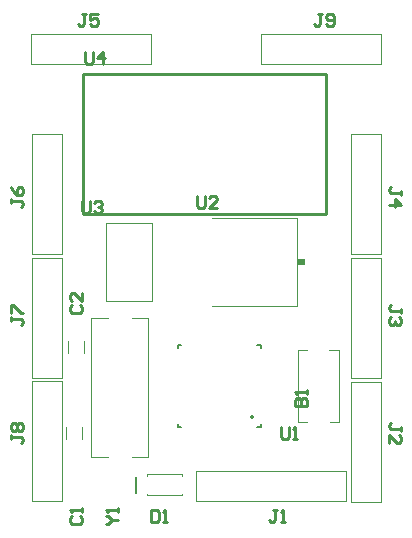
<source format=gto>
G04*
G04 #@! TF.GenerationSoftware,Altium Limited,Altium Designer,22.7.1 (60)*
G04*
G04 Layer_Color=65535*
%FSAX44Y44*%
%MOMM*%
G71*
G04*
G04 #@! TF.SameCoordinates,EF7A3B51-B4F6-4626-86D8-2FC679187BC1*
G04*
G04*
G04 #@! TF.FilePolarity,Positive*
G04*
G01*
G75*
%ADD10C,0.2000*%
%ADD11C,0.1000*%
%ADD12C,0.1270*%
%ADD13C,0.2540*%
%ADD14R,0.7250X0.4750*%
D10*
X00639770Y00773770D02*
G03*
X00639770Y00773770I-00001000J00000000D01*
G01*
X00540500Y00709000D02*
Y00723000D01*
D11*
X00496750Y00827750D02*
Y00838250D01*
X00483250Y00827750D02*
Y00838250D01*
X00481250Y00754750D02*
Y00765250D01*
X00494750Y00754750D02*
Y00765250D01*
X00537250Y00739500D02*
X00551000D01*
X00502500D02*
X00516750D01*
X00502500Y00857250D02*
X00516750D01*
X00537250D02*
X00551000D01*
Y00739500D02*
Y00857250D01*
X00502500Y00739500D02*
Y00857250D01*
X00677500Y00830250D02*
X00685750D01*
X00677500Y00769250D02*
Y00830250D01*
Y00769250D02*
X00685750D01*
X00704500Y00769000D02*
X00712500D01*
Y00830500D01*
X00704250D02*
X00712500D01*
X00591100Y00702300D02*
Y00727700D01*
X00718100D01*
X00591100Y00702300D02*
X00718100D01*
Y00727700D01*
X00549500Y00707250D02*
Y00708250D01*
Y00723750D02*
Y00725000D01*
X00579500Y00723750D02*
Y00725000D01*
Y00707250D02*
Y00708250D01*
X00549500Y00725000D02*
X00579500D01*
X00549500Y00707250D02*
X00579500D01*
X00452300Y00804000D02*
X00477700D01*
Y00702300D02*
Y00804000D01*
X00452300Y00702300D02*
Y00804000D01*
Y00702300D02*
X00477700D01*
X00452300Y00908600D02*
X00477700D01*
Y00806900D02*
Y00908600D01*
X00452300Y00806900D02*
Y00908600D01*
Y00806900D02*
X00477700D01*
X00452300Y01013600D02*
X00477700D01*
Y00911900D02*
Y01013600D01*
X00452300Y00911900D02*
Y01013600D01*
Y00911900D02*
X00477700D01*
X00451800Y01072300D02*
Y01097700D01*
X00553500D01*
X00451800Y01072300D02*
X00553500D01*
Y01097700D01*
X00646400Y01072300D02*
Y01097700D01*
X00748100D01*
X00646400Y01072300D02*
X00748100D01*
Y01097700D01*
X00722300Y01013600D02*
X00747700D01*
Y00911900D02*
Y01013600D01*
X00722300Y00911900D02*
Y01013600D01*
Y00911900D02*
X00747700D01*
X00722300Y00908200D02*
X00747700D01*
Y00806500D02*
Y00908200D01*
X00722300Y00806500D02*
Y00908200D01*
Y00806500D02*
X00747700D01*
X00722300Y00803600D02*
X00747700D01*
Y00701900D02*
Y00803600D01*
X00722300Y00701900D02*
Y00803600D01*
Y00701900D02*
X00747700D01*
X00605250Y00867750D02*
X00676750D01*
X00605250Y00942500D02*
X00676750D01*
Y00867750D02*
Y00942500D01*
X00554000Y00872000D02*
Y00938000D01*
X00515250D02*
X00554000D01*
X00515250Y00872000D02*
Y00938000D01*
Y00872000D02*
X00554000D01*
D12*
X00646000Y00765000D02*
Y00767900D01*
Y00832100D02*
Y00835000D01*
X00576000Y00765000D02*
Y00767900D01*
Y00832100D02*
Y00835000D01*
X00643100Y00765000D02*
X00646000D01*
X00643100Y00835000D02*
X00646000D01*
X00576000Y00765000D02*
X00578900D01*
X00576000Y00835000D02*
X00578900D01*
D13*
X00496030Y00945860D02*
X00701770D01*
X00496030D02*
Y01063970D01*
X00701770D01*
Y00945860D02*
Y01063970D01*
X00663335Y00764998D02*
Y00756668D01*
X00665002Y00755002D01*
X00668334D01*
X00670000Y00756668D01*
Y00764998D01*
X00673332Y00755002D02*
X00676665D01*
X00674998D01*
Y00764998D01*
X00673332Y00763332D01*
X00515002Y00683335D02*
X00516668D01*
X00520000Y00686668D01*
X00516668Y00690000D01*
X00515002D01*
X00520000Y00686668D02*
X00524998D01*
Y00693332D02*
Y00696665D01*
Y00694998D01*
X00515002D01*
X00516668Y00693332D01*
X00497332Y01082893D02*
Y01074562D01*
X00498998Y01072896D01*
X00502330D01*
X00503997Y01074562D01*
Y01082893D01*
X00512327Y01072896D02*
Y01082893D01*
X00507329Y01077894D01*
X00513993D01*
X00495046Y00956147D02*
Y00947816D01*
X00496712Y00946150D01*
X00500044D01*
X00501711Y00947816D01*
Y00956147D01*
X00505043Y00954481D02*
X00506709Y00956147D01*
X00510041D01*
X00511707Y00954481D01*
Y00952814D01*
X00510041Y00951148D01*
X00508375D01*
X00510041D01*
X00511707Y00949482D01*
Y00947816D01*
X00510041Y00946150D01*
X00506709D01*
X00505043Y00947816D01*
X00592074Y00960719D02*
Y00952388D01*
X00593740Y00950722D01*
X00597072D01*
X00598739Y00952388D01*
Y00960719D01*
X00608735Y00950722D02*
X00602071D01*
X00608735Y00957386D01*
Y00959053D01*
X00607069Y00960719D01*
X00603737D01*
X00602071Y00959053D01*
X00698334Y01114998D02*
X00695002D01*
X00696668D01*
Y01106668D01*
X00695002Y01105002D01*
X00693335D01*
X00691669Y01106668D01*
X00701666D02*
X00703332Y01105002D01*
X00706665D01*
X00708331Y01106668D01*
Y01113332D01*
X00706665Y01114998D01*
X00703332D01*
X00701666Y01113332D01*
Y01111666D01*
X00703332Y01110000D01*
X00708331D01*
X00435002Y00758334D02*
Y00755002D01*
Y00756668D01*
X00443332D01*
X00444998Y00755002D01*
Y00753335D01*
X00443332Y00751669D01*
X00436668Y00761666D02*
X00435002Y00763332D01*
Y00766665D01*
X00436668Y00768331D01*
X00438334D01*
X00440000Y00766665D01*
X00441666Y00768331D01*
X00443332D01*
X00444998Y00766665D01*
Y00763332D01*
X00443332Y00761666D01*
X00441666D01*
X00440000Y00763332D01*
X00438334Y00761666D01*
X00436668D01*
X00440000Y00763332D02*
Y00766665D01*
X00435002Y00858334D02*
Y00855002D01*
Y00856668D01*
X00443332D01*
X00444998Y00855002D01*
Y00853335D01*
X00443332Y00851669D01*
X00435002Y00861666D02*
Y00868331D01*
X00436668D01*
X00443332Y00861666D01*
X00444998D01*
X00435002Y00958334D02*
Y00955002D01*
Y00956668D01*
X00443332D01*
X00444998Y00955002D01*
Y00953335D01*
X00443332Y00951669D01*
X00435002Y00968331D02*
X00436668Y00964998D01*
X00440000Y00961666D01*
X00443332D01*
X00444998Y00963332D01*
Y00966665D01*
X00443332Y00968331D01*
X00441666D01*
X00440000Y00966665D01*
Y00961666D01*
X00498334Y01114998D02*
X00495002D01*
X00496668D01*
Y01106668D01*
X00495002Y01105002D01*
X00493335D01*
X00491669Y01106668D01*
X00508331Y01114998D02*
X00501666D01*
Y01110000D01*
X00504998Y01111666D01*
X00506665D01*
X00508331Y01110000D01*
Y01106668D01*
X00506665Y01105002D01*
X00503332D01*
X00501666Y01106668D01*
X00764998Y00961666D02*
Y00964998D01*
Y00963332D01*
X00756668D01*
X00755002Y00964998D01*
Y00966665D01*
X00756668Y00968331D01*
X00755002Y00953335D02*
X00764998D01*
X00760000Y00958334D01*
Y00951669D01*
X00764998Y00861666D02*
Y00864998D01*
Y00863332D01*
X00756668D01*
X00755002Y00864998D01*
Y00866665D01*
X00756668Y00868331D01*
X00763332Y00858334D02*
X00764998Y00856668D01*
Y00853335D01*
X00763332Y00851669D01*
X00761666D01*
X00760000Y00853335D01*
Y00855002D01*
Y00853335D01*
X00758334Y00851669D01*
X00756668D01*
X00755002Y00853335D01*
Y00856668D01*
X00756668Y00858334D01*
X00764998Y00761666D02*
Y00764998D01*
Y00763332D01*
X00756668D01*
X00755002Y00764998D01*
Y00766665D01*
X00756668Y00768331D01*
X00755002Y00751669D02*
Y00758334D01*
X00761666Y00751669D01*
X00763332D01*
X00764998Y00753335D01*
Y00756668D01*
X00763332Y00758334D01*
X00660000Y00694998D02*
X00656668D01*
X00658334D01*
Y00686668D01*
X00656668Y00685002D01*
X00655002D01*
X00653335Y00686668D01*
X00663332Y00685002D02*
X00666665D01*
X00664998D01*
Y00694998D01*
X00663332Y00693332D01*
X00553335Y00694998D02*
Y00685002D01*
X00558334D01*
X00560000Y00686668D01*
Y00693332D01*
X00558334Y00694998D01*
X00553335D01*
X00563332Y00685002D02*
X00566665D01*
X00564998D01*
Y00694998D01*
X00563332Y00693332D01*
X00486668Y00868334D02*
X00485002Y00866668D01*
Y00863335D01*
X00486668Y00861669D01*
X00493332D01*
X00494998Y00863335D01*
Y00866668D01*
X00493332Y00868334D01*
X00494998Y00878331D02*
Y00871666D01*
X00488334Y00878331D01*
X00486668D01*
X00485002Y00876665D01*
Y00873332D01*
X00486668Y00871666D01*
Y00690000D02*
X00485002Y00688334D01*
Y00685002D01*
X00486668Y00683335D01*
X00493332D01*
X00494998Y00685002D01*
Y00688334D01*
X00493332Y00690000D01*
X00494998Y00693332D02*
Y00696665D01*
Y00694998D01*
X00485002D01*
X00486668Y00693332D01*
X00675002Y00783335D02*
X00684998D01*
Y00788334D01*
X00683332Y00790000D01*
X00681666D01*
X00680000Y00788334D01*
Y00783335D01*
Y00788334D01*
X00678334Y00790000D01*
X00676668D01*
X00675002Y00788334D01*
Y00783335D01*
X00684998Y00793332D02*
Y00796665D01*
Y00794998D01*
X00675002D01*
X00676668Y00793332D01*
D14*
X00680125Y00905002D02*
D03*
M02*

</source>
